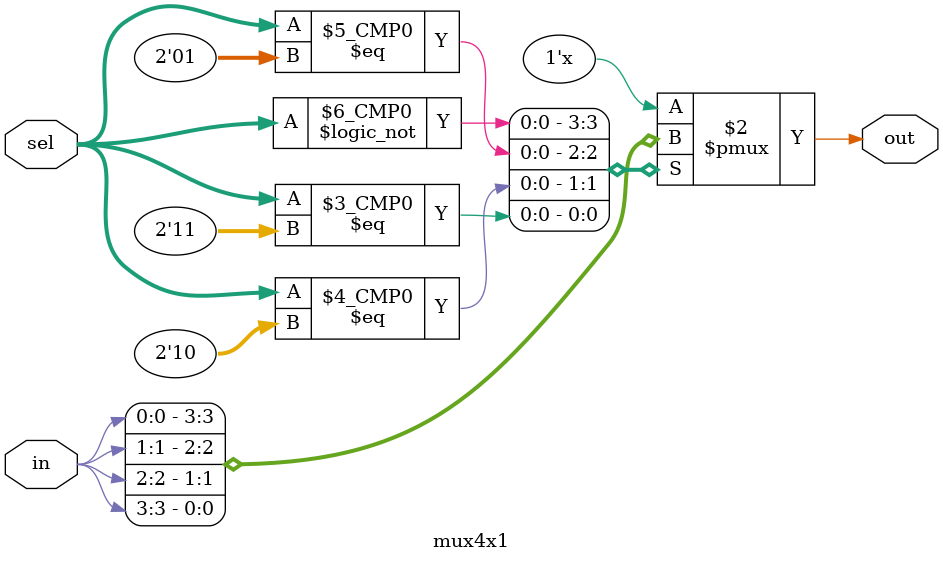
<source format=v>
module mux4x1 (
    input wire [1:0] sel,  
    input wire [3:0] in,    
    output reg out          
);

always @(*) begin
    case (sel)
        2'b00: out = in[0]; 
        2'b01: out = in[1];   
        2'b10: out = in[2];   
        2'b11: out = in[3];   
        default: out = 1'b0;  
    endcase
end

endmodule

</source>
